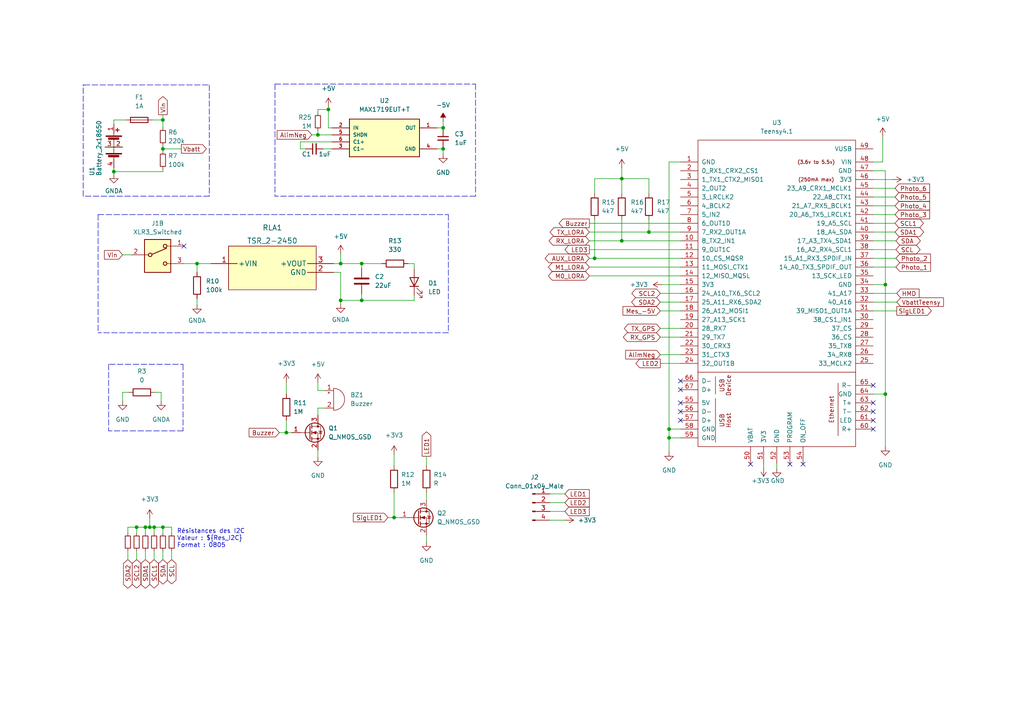
<source format=kicad_sch>
(kicad_sch (version 20211123) (generator eeschema)
  (paper "A4")
  (title_block (title "Circuit principal") (date "06.02.2022") (rev "1.0"))
  (lib_symbols
    (symbol "Connector:Conn_01x04_Male" (pin_names (offset 1.016) hide)
      (property "Reference" "J" (at 0 5.08 0))
      (property "Value" "Conn_01x04_Male" (at 0 -7.62 0))
      (symbol "Conn_01x04_Male_1_1"
        (polyline (pts (xy 1.27 -5.08) (xy 0.8636 -5.08)) (stroke (width 0.1524)))
        (polyline (pts (xy 1.27 -2.54) (xy 0.8636 -2.54)) (stroke (width 0.1524)))
        (polyline (pts (xy 1.27 0) (xy 0.8636 0)) (stroke (width 0.1524)))
        (polyline (pts (xy 1.27 2.54) (xy 0.8636 2.54)) (stroke (width 0.1524)))
        (rectangle (start 0.8636 -4.953) (end 0 -5.207) (stroke (width 0.1524)) (fill (type outline)))
        (rectangle (start 0.8636 -2.413) (end 0 -2.667) (stroke (width 0.1524)) (fill (type outline)))
        (rectangle (start 0.8636 0.127) (end 0 -0.127) (stroke (width 0.1524)) (fill (type outline)))
        (rectangle (start 0.8636 2.667) (end 0 2.413) (stroke (width 0.1524)) (fill (type outline)))
        (pin passive line (at 5.08 2.54 180) (length 3.81) (name "Pin_1") (number "1"))
        (pin passive line (at 5.08 0 180) (length 3.81) (name "Pin_2") (number "2"))
        (pin passive line (at 5.08 -2.54 180) (length 3.81) (name "Pin_3") (number "3"))
        (pin passive line (at 5.08 -5.08 180) (length 3.81) (name "Pin_4") (number "4"))
      )
    )
    (symbol "Connector:XLR3_Switched" (pin_names hide)
      (property "Reference" "J1" (at 0 9.144 0))
      (property "Value" "XLR3_Switched" (at 0 6.604 0))
      (symbol "XLR3_Switched_1_1"
        (circle (center -3.556 0) (radius 1.016))
        (circle (center 0 -3.556) (radius 1.016))
        (polyline (pts (xy -5.08 0) (xy -4.572 0)))
        (polyline (pts (xy 0 -5.08) (xy 0 -4.572)))
        (polyline (pts (xy 5.08 0) (xy 4.572 0)))
        (circle (center 0 0) (radius 5.08) (fill (type background)))
        (circle (center 3.556 0) (radius 1.016))
        (text "1" (at -3.556 1.778 0) (effects (font (size 1.016 1.016) bold)))
        (text "2" (at 3.556 1.778 0) (effects (font (size 1.016 1.016) bold)))
        (text "3" (at 0 -1.778 0) (effects (font (size 1.016 1.016) bold)))
        (pin power_in line (at -7.62 0 0) (length 2.54) (name "~") (number "1"))
        (pin passive line (at 7.62 0 180) (length 2.54) (name "~") (number "2"))
        (pin passive line (at 0 -7.62 90) (length 2.54) (name "~") (number "3"))
      )
      (symbol "XLR3_Switched_2_1"
        (rectangle (start -3.81 4.445) (end 3.81 -5.08) (stroke (width 0.254)) (fill (type background)))
        (circle (center -2.159 0) (radius 0.508) (stroke (width 0.254)))
        (polyline (pts (xy -5.08 0) (xy -2.794 0)))
        (polyline (pts (xy -1.651 0.127) (xy 2.54 1.905)) (stroke (width 0.254)))
        (polyline (pts (xy 5.08 -2.54) (xy 2.794 -2.54)))
        (polyline (pts (xy 5.08 2.54) (xy 2.794 2.54)))
        (circle (center 2.159 -2.54) (radius 0.508) (stroke (width 0.254)))
        (circle (center 2.159 2.54) (radius 0.508) (stroke (width 0.254)))
        (pin passive line (at 7.62 2.54 180) (length 2.54) (name "~") (number "1"))
        (pin power_in line (at -7.62 0 0) (length 2.54) (name "~") (number "2"))
        (pin power_out line (at 7.62 -2.54 180) (length 2.54) (name "~") (number "3"))
      )
    )
    (symbol "Device:Battery_2x18650"
      (property "Reference" "U" (at 2.794 6.604 0))
      (property "Value" "Battery_2x18650" (at 2.794 8.382 0))
      (symbol "Battery_2x18650_0_1"
        (rectangle (start -2.286 3.048) (end 2.286 2.794) (fill (type outline)))
        (rectangle (start -2.286 8.128) (end 2.286 7.874) (fill (type outline)))
        (rectangle (start -1.5748 2.4638) (end 1.4732 1.9558) (fill (type outline)))
        (rectangle (start -1.5748 7.5438) (end 1.4732 7.0358) (fill (type outline)))
        (polyline (pts (xy 0 2.032) (xy 0 1.27)))
        (polyline (pts (xy 0 3.048) (xy 0 3.81)))
        (polyline (pts (xy 0 6.35) (xy 0 3.81)))
        (polyline (pts (xy 0 7.112) (xy 0 6.35)))
        (polyline (pts (xy 0 8.128) (xy 0 8.89)))
        (polyline (pts (xy 0.508 9.779) (xy 1.524 9.779)) (stroke (width 0.254)))
        (polyline (pts (xy 1.016 10.287) (xy 1.016 9.271)) (stroke (width 0.254)))
      )
      (symbol "Battery_2x18650_1_1"
        (pin power_out line (at 0 11.43 270) (length 2.54) (name "") (number "1"))
        (pin passive line (at 2.54 4.826 180) (length 2.54) (name "") (number "2"))
        (pin passive line (at -2.54 4.826 0) (length 2.54) (name "") (number "3"))
        (pin power_out line (at 0 -1.27 90) (length 2.54) (name "") (number "4"))
      )
    )
    (symbol "Device:Buzzer" (pin_names (offset 0.0254) hide)
      (property "Reference" "BZ" (at 3.81 1.27 0))
      (property "Value" "Buzzer" (at 3.81 -1.27 0))
      (symbol "Buzzer_0_1"
        (arc (start 0 -3.175) (mid 3.175 0) (end 0 3.175))
        (polyline (pts (xy -1.651 1.905) (xy -1.143 1.905)))
        (polyline (pts (xy -1.397 2.159) (xy -1.397 1.651)))
        (polyline (pts (xy 0 3.175) (xy 0 -3.175)))
      )
      (symbol "Buzzer_1_1"
        (pin passive line (at -2.54 2.54 0) (length 2.54) (name "-") (number "1"))
        (pin passive line (at -2.54 -2.54 0) (length 2.54) (name "+") (number "2"))
      )
    )
    (symbol "Device:C" (pin_numbers hide) (pin_names (offset 0.254))
      (property "Reference" "C" (at 0.635 2.54 0))
      (property "Value" "C" (at 0.635 -2.54 0))
      (symbol "C_0_1"
        (polyline (pts (xy -2.032 -0.762) (xy 2.032 -0.762)) (stroke (width 0.508)))
        (polyline (pts (xy -2.032 0.762) (xy 2.032 0.762)) (stroke (width 0.508)))
      )
      (symbol "C_1_1"
        (pin passive line (at 0 3.81 270) (length 2.794) (name "~") (number "1"))
        (pin passive line (at 0 -3.81 90) (length 2.794) (name "~") (number "2"))
      )
    )
    (symbol "Device:C_Small" (pin_numbers hide) (pin_names (offset 0.254) hide)
      (property "Reference" "C" (at 0.254 1.778 0))
      (property "Value" "C_Small" (at 0.254 -2.032 0))
      (symbol "C_Small_0_1"
        (polyline (pts (xy -1.524 -0.508) (xy 1.524 -0.508)) (stroke (width 0.3302)))
        (polyline (pts (xy -1.524 0.508) (xy 1.524 0.508)) (stroke (width 0.3048)))
      )
      (symbol "C_Small_1_1"
        (pin passive line (at 0 2.54 270) (length 2.032) (name "~") (number "1"))
        (pin passive line (at 0 -2.54 90) (length 2.032) (name "~") (number "2"))
      )
    )
    (symbol "Device:Fuse" (pin_numbers hide) (pin_names (offset 0))
      (property "Reference" "F" (at 2.032 0 90))
      (property "Value" "Fuse" (at -1.905 0 90))
      (symbol "Fuse_0_1"
        (rectangle (start -0.762 -2.54) (end 0.762 2.54) (stroke (width 0.254)))
        (polyline (pts (xy 0 2.54) (xy 0 -2.54)))
      )
      (symbol "Fuse_1_1"
        (pin passive line (at 0 3.81 270) (length 1.27) (name "~") (number "1"))
        (pin passive line (at 0 -3.81 90) (length 1.27) (name "~") (number "2"))
      )
    )
    (symbol "Device:LED" (pin_numbers hide) (pin_names (offset 1.016) hide)
      (property "Reference" "D" (at 0 2.54 0))
      (property "Value" "LED" (at 0 -2.54 0))
      (symbol "LED_0_1"
        (polyline (pts (xy -1.27 -1.27) (xy -1.27 1.27)) (stroke (width 0.254)))
        (polyline (pts (xy -1.27 0) (xy 1.27 0)))
        (polyline (pts (xy 1.27 -1.27) (xy 1.27 1.27) (xy -1.27 0) (xy 1.27 -1.27)) (stroke (width 0.254)))
        (polyline (pts (xy -3.048 -0.762) (xy -4.572 -2.286) (xy -3.81 -2.286) (xy -4.572 -2.286) (xy -4.572 -1.524)))
        (polyline (pts (xy -1.778 -0.762) (xy -3.302 -2.286) (xy -2.54 -2.286) (xy -3.302 -2.286) (xy -3.302 -1.524)))
      )
      (symbol "LED_1_1"
        (pin passive line (at -3.81 0 0) (length 2.54) (name "K") (number "1"))
        (pin passive line (at 3.81 0 180) (length 2.54) (name "A") (number "2"))
      )
    )
    (symbol "Device:Q_NMOS_GSD" (pin_names (offset 0) hide)
      (property "Reference" "Q" (at 5.08 1.27 0))
      (property "Value" "Q_NMOS_GSD" (at 5.08 -1.27 0))
      (symbol "Q_NMOS_GSD_0_1"
        (polyline (pts (xy 0.254 0) (xy -2.54 0)))
        (polyline (pts (xy 0.254 1.905) (xy 0.254 -1.905)) (stroke (width 0.254)))
        (polyline (pts (xy 0.762 -1.27) (xy 0.762 -2.286)) (stroke (width 0.254)))
        (polyline (pts (xy 0.762 0.508) (xy 0.762 -0.508)) (stroke (width 0.254)))
        (polyline (pts (xy 0.762 2.286) (xy 0.762 1.27)) (stroke (width 0.254)))
        (polyline (pts (xy 2.54 2.54) (xy 2.54 1.778)))
        (polyline (pts (xy 2.54 -2.54) (xy 2.54 0) (xy 0.762 0)))
        (polyline (pts (xy 0.762 -1.778) (xy 3.302 -1.778) (xy 3.302 1.778) (xy 0.762 1.778)))
        (polyline (pts (xy 1.016 0) (xy 2.032 0.381) (xy 2.032 -0.381) (xy 1.016 0)) (fill (type outline)))
        (polyline (pts (xy 2.794 0.508) (xy 2.921 0.381) (xy 3.683 0.381) (xy 3.81 0.254)))
        (polyline (pts (xy 3.302 0.381) (xy 2.921 -0.254) (xy 3.683 -0.254) (xy 3.302 0.381)))
        (circle (center 1.651 0) (radius 2.794) (stroke (width 0.254)))
        (circle (center 2.54 -1.778) (radius 0.254) (fill (type outline)))
        (circle (center 2.54 1.778) (radius 0.254) (fill (type outline)))
      )
      (symbol "Q_NMOS_GSD_1_1"
        (pin input line (at -5.08 0 0) (length 2.54) (name "G") (number "1"))
        (pin passive line (at 2.54 -5.08 90) (length 2.54) (name "S") (number "2"))
        (pin passive line (at 2.54 5.08 270) (length 2.54) (name "D") (number "3"))
      )
    )
    (symbol "Device:R" (pin_numbers hide) (pin_names (offset 0))
      (property "Reference" "R" (at 2.032 0 90))
      (property "Value" "R" (at 0 0 90))
      (symbol "R_0_1"
        (rectangle (start -1.016 -2.54) (end 1.016 2.54) (stroke (width 0.254)))
      )
      (symbol "R_1_1"
        (pin passive line (at 0 3.81 270) (length 1.27) (name "~") (number "1"))
        (pin passive line (at 0 -3.81 90) (length 1.27) (name "~") (number "2"))
      )
    )
    (symbol "Device:R_Small" (pin_numbers hide) (pin_names (offset 0.254) hide)
      (property "Reference" "R" (at 0.762 0.508 0))
      (property "Value" "R_Small" (at 0.762 -1.016 0))
      (symbol "R_Small_0_1"
        (rectangle (start -0.762 1.778) (end 0.762 -1.778) (stroke (width 0.2032)))
      )
      (symbol "R_Small_1_1"
        (pin passive line (at 0 2.54 270) (length 0.762) (name "~") (number "1"))
        (pin passive line (at 0 -2.54 90) (length 0.762) (name "~") (number "2"))
      )
    )
    (symbol "Reference_Voltage:TSR_2-2450" (pin_names (offset 0.254))
      (property "Reference" "RLA" (at 20.32 10.16 0))
      (property "Value" "TSR_2-2450" (at 20.32 7.62 0))
      (symbol "TSR_2-2450_1_1"
        (polyline (pts (xy 7.62 5.08) (xy 7.62 -7.62)) (stroke (width 0.127)))
        (polyline (pts (xy 33.02 -7.62) (xy 33.02 5.08)) (stroke (width 0.127)))
        (polyline (pts (xy 33.02 5.08) (xy 7.62 5.08)) (stroke (width 0.127)))
        (rectangle (start 7.62 5.08) (end 33.02 -7.62) (fill (type background)))
        (pin power_in line (at 2.54 0 0) (length 7.62) (name "+VIN") (number "1"))
        (pin power_in line (at 38.1 -2.54 180) (length 7.62) (name "GND") (number "2"))
        (pin power_out line (at 38.1 0 180) (length 7.62) (name "+VOUT") (number "3"))
      )
    )
    (symbol "Regulator_SwitchedCapacitor:MAX1719EUT+T" (pin_names (offset 1.016))
      (property "Reference" "U" (at -10.16 10.414 0))
      (property "Value" "MAX1719EUT+T" (at -10.16 -3.302 0))
      (symbol "MAX1719EUT+T_0_0"
        (rectangle (start -10.16 10.16) (end 10.16 -0.762) (stroke (width 0.254)) (fill (type background)))
        (pin power_out line (at 15.24 7.62 180) (length 5.08) (name "OUT") (number "1"))
        (pin power_in line (at -15.24 7.62 0) (length 5.08) (name "IN") (number "2"))
        (pin passive line (at -15.24 1.524 0) (length 5.08) (name "C1-") (number "3"))
        (pin power_in line (at 15.24 1.524 180) (length 5.08) (name "GND") (number "4"))
        (pin input line (at -15.24 5.588 0) (length 5.08) (name "SHDN") (number "5"))
        (pin passive line (at -15.24 3.556 0) (length 5.08) (name "C1+") (number "6"))
      )
    )
    (symbol "Teensy:Teensy4.1" (pin_names (offset 1.016))
      (property "Reference" "U" (at 0 64.77 0))
      (property "Value" "Teensy4.1" (at 0 62.23 0))
      (symbol "Teensy4.1_0_0"
        (polyline (pts (xy -22.86 -6.35) (xy 22.86 -6.35)))
        (polyline (pts (xy -17.78 -26.67) (xy -17.78 -13.97)))
        (polyline (pts (xy -17.78 -7.62) (xy -17.78 -12.7)))
        (polyline (pts (xy 17.78 -9.525) (xy 17.78 -24.765)))
        (text "(250mA max)" (at 11.43 49.53 0) (effects (font (size 1.016 1.016))))
        (text "(3.6v to 5.5v)" (at 11.43 54.61 0) (effects (font (size 1.016 1.016))))
        (text "Device" (at -13.97 -10.16 900) (effects (font (size 1.27 1.27))))
        (text "Ethernet" (at 15.875 -17.145 900) (effects (font (size 1.27 1.27))))
        (text "Host" (at -13.97 -20.32 900) (effects (font (size 1.27 1.27))))
        (text "USB" (at -15.875 -20.32 900) (effects (font (size 1.27 1.27))))
        (text "USB" (at -15.875 -10.16 900) (effects (font (size 1.27 1.27))))
        (pin bidirectional line (at -27.94 31.75 0) (length 5.08) (name "8_TX2_IN1") (number "10"))
        (pin bidirectional line (at -27.94 29.21 0) (length 5.08) (name "9_OUT1C") (number "11"))
        (pin bidirectional line (at -27.94 26.67 0) (length 5.08) (name "10_CS_MQSR") (number "12"))
        (pin bidirectional line (at -27.94 24.13 0) (length 5.08) (name "11_MOSI_CTX1") (number "13"))
        (pin bidirectional line (at -27.94 21.59 0) (length 5.08) (name "12_MISO_MQSL") (number "14"))
        (pin power_in line (at -27.94 19.05 0) (length 5.08) (name "3V3") (number "15"))
        (pin bidirectional line (at -27.94 16.51 0) (length 5.08) (name "24_A10_TX6_SCL2") (number "16"))
        (pin bidirectional line (at -27.94 13.97 0) (length 5.08) (name "25_A11_RX6_SDA2") (number "17"))
        (pin bidirectional line (at -27.94 11.43 0) (length 5.08) (name "26_A12_MOSI1") (number "18"))
        (pin bidirectional line (at -27.94 8.89 0) (length 5.08) (name "27_A13_SCK1") (number "19"))
        (pin bidirectional line (at -27.94 6.35 0) (length 5.08) (name "28_RX7") (number "20"))
        (pin bidirectional line (at -27.94 3.81 0) (length 5.08) (name "29_TX7") (number "21"))
        (pin bidirectional line (at -27.94 1.27 0) (length 5.08) (name "30_CRX3") (number "22"))
        (pin bidirectional line (at -27.94 -1.27 0) (length 5.08) (name "31_CTX3") (number "23"))
        (pin bidirectional line (at -27.94 -3.81 0) (length 5.08) (name "32_OUT1B") (number "24"))
        (pin bidirectional line (at 27.94 -3.81 180) (length 5.08) (name "33_MCLK2") (number "25"))
        (pin bidirectional line (at 27.94 -1.27 180) (length 5.08) (name "34_RX8") (number "26"))
        (pin bidirectional line (at 27.94 1.27 180) (length 5.08) (name "35_TX8") (number "27"))
        (pin bidirectional line (at 27.94 3.81 180) (length 5.08) (name "36_CS") (number "28"))
        (pin bidirectional line (at 27.94 6.35 180) (length 5.08) (name "37_CS") (number "29"))
        (pin bidirectional line (at 27.94 8.89 180) (length 5.08) (name "38_CS1_IN1") (number "30"))
        (pin bidirectional line (at 27.94 11.43 180) (length 5.08) (name "39_MISO1_OUT1A") (number "31"))
        (pin bidirectional line (at 27.94 13.97 180) (length 5.08) (name "40_A16") (number "32"))
        (pin bidirectional line (at 27.94 16.51 180) (length 5.08) (name "41_A17") (number "33"))
        (pin bidirectional line (at 27.94 21.59 180) (length 5.08) (name "13_SCK_LED") (number "35"))
        (pin bidirectional line (at 27.94 24.13 180) (length 5.08) (name "14_A0_TX3_SPDIF_OUT") (number "36"))
        (pin bidirectional line (at 27.94 26.67 180) (length 5.08) (name "15_A1_RX3_SPDIF_IN") (number "37"))
        (pin bidirectional line (at 27.94 29.21 180) (length 5.08) (name "16_A2_RX4_SCL1") (number "38"))
        (pin bidirectional line (at 27.94 31.75 180) (length 5.08) (name "17_A3_TX4_SDA1") (number "39"))
        (pin bidirectional line (at 27.94 34.29 180) (length 5.08) (name "18_A4_SDA") (number "40"))
        (pin bidirectional line (at 27.94 36.83 180) (length 5.08) (name "19_A5_SCL") (number "41"))
        (pin bidirectional line (at 27.94 39.37 180) (length 5.08) (name "20_A6_TX5_LRCLK1") (number "42"))
        (pin bidirectional line (at 27.94 41.91 180) (length 5.08) (name "21_A7_RX5_BCLK1") (number "43"))
        (pin bidirectional line (at 27.94 44.45 180) (length 5.08) (name "22_A8_CTX1") (number "44"))
        (pin bidirectional line (at 27.94 46.99 180) (length 5.08) (name "23_A9_CRX1_MCLK1") (number "45"))
        (pin output line (at 27.94 49.53 180) (length 5.08) (name "3V3") (number "46"))
        (pin output line (at 27.94 52.07 180) (length 5.08) (name "GND") (number "47"))
        (pin power_in line (at 27.94 54.61 180) (length 5.08) (name "VIN") (number "48"))
        (pin power_out line (at 27.94 58.42 180) (length 5.08) (name "VUSB") (number "49"))
        (pin bidirectional line (at -27.94 44.45 0) (length 5.08) (name "3_LRCLK2") (number "5"))
        (pin power_in line (at -7.62 -33.02 90) (length 5.08) (name "VBAT") (number "50"))
        (pin power_in line (at -3.81 -33.02 90) (length 5.08) (name "3V3") (number "51"))
        (pin input line (at 0 -33.02 90) (length 5.08) (name "GND") (number "52"))
        (pin input line (at 3.81 -33.02 90) (length 5.08) (name "PROGRAM") (number "53"))
        (pin input line (at 7.62 -33.02 90) (length 5.08) (name "ON_OFF") (number "54"))
        (pin power_out line (at -27.94 -15.24 0) (length 5.08) (name "5V") (number "55"))
        (pin bidirectional line (at -27.94 -17.78 0) (length 5.08) (name "D-") (number "56"))
        (pin bidirectional line (at -27.94 -20.32 0) (length 5.08) (name "D+") (number "57"))
        (pin power_in line (at -27.94 -22.86 0) (length 5.08) (name "GND") (number "58"))
        (pin power_in line (at -27.94 -25.4 0) (length 5.08) (name "GND") (number "59"))
        (pin bidirectional line (at -27.94 41.91 0) (length 5.08) (name "4_BCLK2") (number "6"))
        (pin bidirectional line (at 27.94 -22.86 180) (length 5.08) (name "R+") (number "60"))
        (pin bidirectional line (at 27.94 -20.32 180) (length 5.08) (name "LED") (number "61"))
        (pin bidirectional line (at 27.94 -17.78 180) (length 5.08) (name "T-") (number "62"))
        (pin bidirectional line (at 27.94 -15.24 180) (length 5.08) (name "T+") (number "63"))
        (pin power_in line (at 27.94 -12.7 180) (length 5.08) (name "GND") (number "64"))
        (pin bidirectional line (at 27.94 -10.16 180) (length 5.08) (name "R-") (number "65"))
        (pin bidirectional line (at -27.94 -8.89 0) (length 5.08) (name "D-") (number "66"))
        (pin bidirectional line (at -27.94 -11.43 0) (length 5.08) (name "D+") (number "67"))
        (pin bidirectional line (at -27.94 39.37 0) (length 5.08) (name "5_IN2") (number "7"))
        (pin bidirectional line (at -27.94 36.83 0) (length 5.08) (name "6_OUT1D") (number "8"))
        (pin bidirectional line (at -27.94 34.29 0) (length 5.08) (name "7_RX2_OUT1A") (number "9"))
      )
      (symbol "Teensy4.1_0_1"
        (rectangle (start -22.86 60.96) (end 22.86 -27.94))
        (rectangle (start -20.32 -1.27) (end -20.32 -1.27))
      )
      (symbol "Teensy4.1_1_1"
        (pin power_in line (at -27.94 54.61 0) (length 5.08) (name "GND") (number "1"))
        (pin bidirectional line (at -27.94 52.07 0) (length 5.08) (name "0_RX1_CRX2_CS1") (number "2"))
        (pin bidirectional line (at -27.94 49.53 0) (length 5.08) (name "1_TX1_CTX2_MISO1") (number "3"))
        (pin power_in line (at 27.94 19.05 180) (length 5.08) (name "GND") (number "34"))
        (pin bidirectional line (at -27.94 46.99 0) (length 5.08) (name "2_OUT2") (number "4"))
      )
    )
    (symbol "power:+3V3" (power) (pin_names (offset 0))
      (property "Value" "+3V3" (at 0 3.556 0))
      (symbol "+3V3_0_1"
        (polyline (pts (xy -0.762 1.27) (xy 0 2.54)))
        (polyline (pts (xy 0 0) (xy 0 2.54)))
        (polyline (pts (xy 0 2.54) (xy 0.762 1.27)))
      )
      (symbol "+3V3_1_1"
        (pin power_in line (at 0 0 90) (length 0) hide (name "+3V3") (number "1"))
      )
    )
    (symbol "power:+5V" (power) (pin_names (offset 0))
      (property "Value" "+5V" (at 0 3.556 0))
      (symbol "+5V_0_1"
        (polyline (pts (xy -0.762 1.27) (xy 0 2.54)))
        (polyline (pts (xy 0 0) (xy 0 2.54)))
        (polyline (pts (xy 0 2.54) (xy 0.762 1.27)))
      )
      (symbol "+5V_1_1"
        (pin power_in line (at 0 0 90) (length 0) hide (name "+5V") (number "1"))
      )
    )
    (symbol "power:-5V" (power) (pin_names (offset 0))
      (property "Value" "-5V" (at 0 3.81 0))
      (symbol "-5V_0_0"
        (pin power_in line (at 0 0 90) (length 0) hide (name "-5V") (number "1"))
      )
      (symbol "-5V_0_1"
        (polyline (pts (xy 0 0) (xy 0 1.27) (xy 0.762 1.27) (xy 0 2.54) (xy -0.762 1.27) (xy 0 1.27)) (fill (type outline)))
      )
    )
    (symbol "power:GND" (power) (pin_names (offset 0))
      (property "Value" "GND" (at 0 -3.81 0))
      (symbol "GND_0_1"
        (polyline (pts (xy 0 0) (xy 0 -1.27) (xy 1.27 -1.27) (xy 0 -2.54) (xy -1.27 -1.27) (xy 0 -1.27)))
      )
      (symbol "GND_1_1"
        (pin power_in line (at 0 0 270) (length 0) hide (name "GND") (number "1"))
      )
    )
    (symbol "power:GNDA" (power) (pin_names (offset 0))
      (property "Value" "GNDA" (at 0 -3.81 0))
      (symbol "GNDA_0_1"
        (polyline (pts (xy 0 0) (xy 0 -1.27) (xy 1.27 -1.27) (xy 0 -2.54) (xy -1.27 -1.27) (xy 0 -1.27)))
      )
      (symbol "GNDA_1_1"
        (pin power_in line (at 0 0 270) (length 0) hide (name "GNDA") (number "1"))
      )
    )
  )
  (junction (at 33.02 49.784))
  (junction (at 44.704 152.908))
  (junction (at 194.056 127))
  (junction (at 98.806 76.454))
  (junction (at 188.214 67.31))
  (junction (at 43.434 152.908))
  (junction (at 256.794 114.3))
  (junction (at 95.25 31.75))
  (junction (at 256.794 82.55))
  (junction (at 180.34 51.816))
  (junction (at 114.3 150.114))
  (junction (at 39.624 152.908))
  (junction (at 98.806 87.122))
  (junction (at 92.202 39.116))
  (junction (at 47.244 43.18))
  (junction (at 194.056 124.46))
  (junction (at 57.15 76.454))
  (junction (at 42.164 152.908))
  (junction (at 128.524 37.084))
  (junction (at 47.244 34.798))
  (junction (at 128.524 43.18))
  (junction (at 172.466 74.93))
  (junction (at 104.902 76.454))
  (junction (at 104.902 87.122))
  (junction (at 47.244 152.908))
  (junction (at 83.058 125.476))
  (junction (at 180.34 69.85))
  (no_connect (at 53.34 71.374))
  (no_connect (at 217.678 134.62))
  (no_connect (at 229.108 134.62))
  (no_connect (at 232.918 134.62))
  (no_connect (at 197.358 110.49))
  (no_connect (at 197.358 113.03))
  (no_connect (at 197.358 116.84))
  (no_connect (at 197.358 119.38))
  (no_connect (at 197.358 121.92))
  (no_connect (at 253.238 111.76))
  (no_connect (at 253.238 116.84))
  (no_connect (at 253.238 119.38))
  (no_connect (at 253.238 121.92))
  (no_connect (at 253.238 124.46))
  (wire (pts (xy 49.784 152.908) (xy 49.784 154.686)))
  (wire (pts (xy 120.142 85.598) (xy 120.142 87.122)))
  (wire (pts (xy 43.434 152.908) (xy 44.704 152.908)))
  (wire (pts (xy 191.516 102.87) (xy 197.358 102.87)))
  (wire (pts (xy 180.34 51.816) (xy 180.34 56.134)))
  (wire (pts (xy 44.704 159.766) (xy 44.704 162.306)))
  (wire (pts (xy 114.3 142.748) (xy 114.3 150.114)))
  (wire (pts (xy 191.516 95.25) (xy 197.358 95.25)))
  (polyline (pts (xy 60.706 24.638) (xy 60.706 56.896)))
  (wire (pts (xy 128.524 35.306) (xy 128.524 37.084)))
  (wire (pts (xy 256.032 46.99) (xy 253.238 46.99)))
  (wire (pts (xy 92.202 130.556) (xy 92.202 132.588)))
  (polyline (pts (xy 137.922 24.384) (xy 137.922 56.896)))
  (wire (pts (xy 98.806 73.66) (xy 98.806 76.454)))
  (wire (pts (xy 37.084 152.908) (xy 39.624 152.908)))
  (wire (pts (xy 256.032 39.624) (xy 256.032 46.99)))
  (polyline (pts (xy 28.448 62.23) (xy 28.448 96.52)))
  (wire (pts (xy 96.774 76.454) (xy 98.806 76.454)))
  (wire (pts (xy 118.364 76.454) (xy 120.142 76.454)))
  (wire (pts (xy 83.058 110.998) (xy 83.058 114.3)))
  (wire (pts (xy 159.512 150.876) (xy 163.83 150.876)))
  (wire (pts (xy 46.736 113.792) (xy 46.736 116.332)))
  (wire (pts (xy 253.238 114.3) (xy 256.794 114.3)))
  (wire (pts (xy 96.774 78.994) (xy 98.806 78.994)))
  (wire (pts (xy 172.466 74.93) (xy 197.358 74.93)))
  (wire (pts (xy 253.238 49.53) (xy 256.794 49.53)))
  (wire (pts (xy 44.704 152.908) (xy 47.244 152.908)))
  (wire (pts (xy 95.25 37.084) (xy 96.266 37.084)))
  (wire (pts (xy 47.244 49.022) (xy 47.244 49.784)))
  (polyline (pts (xy 79.756 24.384) (xy 79.756 56.896)))
  (wire (pts (xy 44.704 152.908) (xy 44.704 154.686)))
  (wire (pts (xy 47.244 43.18) (xy 47.244 43.942)))
  (wire (pts (xy 194.056 127) (xy 194.056 131.064)))
  (wire (pts (xy 57.15 76.454) (xy 61.214 76.454)))
  (wire (pts (xy 47.244 159.766) (xy 47.244 162.306)))
  (wire (pts (xy 47.244 152.908) (xy 47.244 154.686)))
  (wire (pts (xy 253.238 72.39) (xy 259.842 72.39)))
  (wire (pts (xy 191.516 105.41) (xy 197.358 105.41)))
  (wire (pts (xy 92.202 39.116) (xy 96.266 39.116)))
  (wire (pts (xy 57.15 86.614) (xy 57.15 88.392)))
  (wire (pts (xy 114.3 150.114) (xy 116.078 150.114)))
  (wire (pts (xy 194.056 124.46) (xy 194.056 127)))
  (polyline (pts (xy 130.048 96.52) (xy 28.448 96.52)))
  (wire (pts (xy 47.244 43.18) (xy 52.578 43.18)))
  (polyline (pts (xy 24.13 56.896) (xy 24.13 24.638)))
  (wire (pts (xy 35.56 73.914) (xy 38.1 73.914)))
  (wire (pts (xy 95.25 31.75) (xy 95.25 37.084)))
  (wire (pts (xy 128.524 37.084) (xy 128.524 37.592)))
  (wire (pts (xy 37.084 154.686) (xy 37.084 152.908)))
  (wire (pts (xy 104.902 76.454) (xy 104.902 77.724)))
  (wire (pts (xy 53.34 76.454) (xy 57.15 76.454)))
  (wire (pts (xy 253.238 85.09) (xy 260.096 85.09)))
  (wire (pts (xy 188.214 63.754) (xy 188.214 67.31)))
  (wire (pts (xy 180.34 69.85) (xy 197.358 69.85)))
  (wire (pts (xy 95.25 30.988) (xy 95.25 31.75)))
  (wire (pts (xy 225.298 134.62) (xy 225.298 135.89)))
  (wire (pts (xy 253.238 74.93) (xy 259.842 74.93)))
  (wire (pts (xy 87.122 43.18) (xy 87.122 41.148)))
  (wire (pts (xy 93.726 43.18) (xy 96.266 43.18)))
  (wire (pts (xy 92.202 118.364) (xy 92.202 120.396)))
  (wire (pts (xy 253.238 77.47) (xy 259.842 77.47)))
  (wire (pts (xy 33.02 49.784) (xy 33.02 50.546)))
  (wire (pts (xy 253.238 82.55) (xy 256.794 82.55)))
  (polyline (pts (xy 130.048 62.23) (xy 130.048 96.52)))
  (wire (pts (xy 43.434 150.368) (xy 43.434 152.908)))
  (wire (pts (xy 87.122 41.148) (xy 96.266 41.148)))
  (wire (pts (xy 39.624 152.908) (xy 39.624 154.686)))
  (polyline (pts (xy 31.75 105.664) (xy 53.086 105.664)))
  (wire (pts (xy 191.516 87.63) (xy 197.358 87.63)))
  (wire (pts (xy 194.056 46.99) (xy 194.056 124.46)))
  (wire (pts (xy 123.698 132.334) (xy 123.698 135.128)))
  (wire (pts (xy 192.024 82.55) (xy 197.358 82.55)))
  (wire (pts (xy 128.524 42.672) (xy 128.524 43.18)))
  (wire (pts (xy 253.238 87.63) (xy 260.096 87.63)))
  (wire (pts (xy 44.196 34.798) (xy 47.244 34.798)))
  (wire (pts (xy 253.238 62.23) (xy 259.588 62.23)))
  (wire (pts (xy 170.942 69.85) (xy 180.34 69.85)))
  (wire (pts (xy 88.646 43.18) (xy 87.122 43.18)))
  (wire (pts (xy 92.202 37.846) (xy 92.202 39.116)))
  (wire (pts (xy 253.238 90.17) (xy 260.096 90.17)))
  (wire (pts (xy 197.358 46.99) (xy 194.056 46.99)))
  (wire (pts (xy 191.516 97.79) (xy 197.358 97.79)))
  (wire (pts (xy 33.02 48.768) (xy 33.02 49.784)))
  (wire (pts (xy 81.026 125.476) (xy 83.058 125.476)))
  (wire (pts (xy 128.524 43.18) (xy 128.524 44.704)))
  (wire (pts (xy 98.806 87.122) (xy 104.902 87.122)))
  (wire (pts (xy 47.244 33.274) (xy 47.244 34.798)))
  (wire (pts (xy 49.784 159.766) (xy 49.784 162.306)))
  (polyline (pts (xy 31.496 105.664) (xy 31.496 124.968)))
  (wire (pts (xy 92.202 113.284) (xy 94.234 113.284)))
  (polyline (pts (xy 53.086 124.968) (xy 31.496 124.968)))
  (wire (pts (xy 83.058 125.476) (xy 84.582 125.476)))
  (wire (pts (xy 221.488 134.62) (xy 221.488 135.636)))
  (wire (pts (xy 33.02 36.068) (xy 33.02 34.798)))
  (wire (pts (xy 47.244 37.084) (xy 47.244 34.798)))
  (wire (pts (xy 98.806 76.454) (xy 104.902 76.454)))
  (wire (pts (xy 114.3 131.826) (xy 114.3 135.128)))
  (wire (pts (xy 256.794 114.3) (xy 256.794 129.54)))
  (wire (pts (xy 170.942 77.47) (xy 197.358 77.47)))
  (wire (pts (xy 191.516 90.17) (xy 197.358 90.17)))
  (wire (pts (xy 104.902 87.122) (xy 120.142 87.122)))
  (wire (pts (xy 104.902 76.454) (xy 110.744 76.454)))
  (wire (pts (xy 170.942 64.77) (xy 197.358 64.77)))
  (wire (pts (xy 170.942 72.39) (xy 197.358 72.39)))
  (wire (pts (xy 92.202 110.998) (xy 92.202 113.284)))
  (wire (pts (xy 47.244 152.908) (xy 49.784 152.908)))
  (wire (pts (xy 170.942 74.93) (xy 172.466 74.93)))
  (wire (pts (xy 256.794 49.53) (xy 256.794 82.55)))
  (wire (pts (xy 188.214 67.31) (xy 197.358 67.31)))
  (wire (pts (xy 253.238 57.15) (xy 259.588 57.15)))
  (wire (pts (xy 194.056 124.46) (xy 197.358 124.46)))
  (wire (pts (xy 94.234 118.364) (xy 92.202 118.364)))
  (wire (pts (xy 39.624 152.908) (xy 42.164 152.908)))
  (wire (pts (xy 33.02 49.784) (xy 47.244 49.784)))
  (polyline (pts (xy 79.756 24.384) (xy 137.922 24.384)))
  (wire (pts (xy 253.238 54.61) (xy 259.588 54.61)))
  (wire (pts (xy 188.214 51.816) (xy 188.214 56.134)))
  (wire (pts (xy 172.466 63.754) (xy 172.466 74.93)))
  (wire (pts (xy 57.15 78.994) (xy 57.15 76.454)))
  (wire (pts (xy 92.202 32.766) (xy 92.202 31.75)))
  (wire (pts (xy 44.958 113.792) (xy 46.736 113.792)))
  (wire (pts (xy 126.746 37.084) (xy 128.524 37.084)))
  (wire (pts (xy 98.806 78.994) (xy 98.806 87.122)))
  (wire (pts (xy 197.358 127) (xy 194.056 127)))
  (wire (pts (xy 180.34 51.816) (xy 188.214 51.816)))
  (wire (pts (xy 253.238 52.07) (xy 258.826 52.07)))
  (wire (pts (xy 35.56 116.332) (xy 35.56 113.792)))
  (wire (pts (xy 170.942 80.01) (xy 197.358 80.01)))
  (wire (pts (xy 42.164 152.908) (xy 43.434 152.908)))
  (wire (pts (xy 47.244 42.164) (xy 47.244 43.18)))
  (wire (pts (xy 256.794 82.55) (xy 256.794 114.3)))
  (wire (pts (xy 180.34 63.754) (xy 180.34 69.85)))
  (wire (pts (xy 42.164 152.908) (xy 42.164 154.686)))
  (wire (pts (xy 90.424 39.116) (xy 92.202 39.116)))
  (wire (pts (xy 120.142 76.454) (xy 120.142 77.978)))
  (wire (pts (xy 180.34 48.768) (xy 180.34 51.816)))
  (wire (pts (xy 253.238 67.31) (xy 259.588 67.31)))
  (polyline (pts (xy 24.13 24.638) (xy 24.384 24.638)))
  (wire (pts (xy 126.746 43.18) (xy 128.524 43.18)))
  (wire (pts (xy 159.512 143.256) (xy 163.83 143.256)))
  (wire (pts (xy 253.238 69.85) (xy 259.842 69.85)))
  (wire (pts (xy 159.512 145.796) (xy 163.83 145.796)))
  (wire (pts (xy 92.202 31.75) (xy 95.25 31.75)))
  (wire (pts (xy 35.56 113.792) (xy 37.338 113.792)))
  (wire (pts (xy 33.02 34.798) (xy 36.576 34.798)))
  (wire (pts (xy 83.058 121.92) (xy 83.058 125.476)))
  (wire (pts (xy 123.698 142.748) (xy 123.698 145.034)))
  (wire (pts (xy 123.698 155.194) (xy 123.698 157.226)))
  (wire (pts (xy 191.516 85.09) (xy 197.358 85.09)))
  (wire (pts (xy 172.466 51.816) (xy 180.34 51.816)))
  (wire (pts (xy 104.902 85.344) (xy 104.902 87.122)))
  (wire (pts (xy 253.238 59.69) (xy 259.588 59.69)))
  (wire (pts (xy 159.512 148.336) (xy 163.83 148.336)))
  (wire (pts (xy 39.624 159.766) (xy 39.624 162.306)))
  (wire (pts (xy 37.084 159.766) (xy 37.084 162.306)))
  (polyline (pts (xy 24.384 24.638) (xy 60.706 24.638)))
  (polyline (pts (xy 60.706 56.896) (xy 24.13 56.896)))
  (wire (pts (xy 172.466 56.134) (xy 172.466 51.816)))
  (wire (pts (xy 42.164 159.766) (xy 42.164 162.306)))
  (wire (pts (xy 170.942 67.31) (xy 188.214 67.31)))
  (wire (pts (xy 253.238 64.77) (xy 259.588 64.77)))
  (wire (pts (xy 98.806 87.122) (xy 98.806 88.138)))
  (wire (pts (xy 112.522 150.114) (xy 114.3 150.114)))
  (wire (pts (xy 30.48 42.672) (xy 35.56 42.672)))
  (polyline (pts (xy 28.448 62.23) (xy 130.048 62.23)))
  (polyline (pts (xy 53.086 105.664) (xy 53.086 124.968)))
  (polyline (pts (xy 137.922 56.896) (xy 79.756 56.896)))
  (text "Résistances des I2C\nValeur : ${Res_I2C}\nFormat : 0805" (at 51.308 159.004 0) (effects (font (size 1.27 1.27)) (justify left bottom)))
  (global_label "SigLED1" (shape input) (at 112.522 150.114 180) (property "Intersheet References" "${INTERSHEET_REFS}" (effects hide)))
  (global_label "SDA" (shape bidirectional) (at 47.244 162.306 270) (property "Intersheet References" "${INTERSHEET_REFS}" (effects hide)))
  (global_label "LED2" (shape input) (at 163.83 145.796 0) (property "Intersheet References" "${INTERSHEET_REFS}" (effects hide)))
  (global_label "M0_LORA" (shape bidirectional) (at 170.942 80.01 180) (property "Intersheet References" "${INTERSHEET_REFS}" (effects hide)))
  (global_label "AlimNeg" (shape input) (at 90.424 39.116 180) (property "Intersheet References" "${INTERSHEET_REFS}" (effects hide)))
  (global_label "M1_LORA" (shape bidirectional) (at 170.942 77.47 180) (property "Intersheet References" "${INTERSHEET_REFS}" (effects hide)))
  (global_label "Photo_5" (shape input) (at 259.588 57.15 0) (property "Intersheet References" "${INTERSHEET_REFS}" (effects hide)))
  (global_label "VbattTeensy" (shape input) (at 260.096 87.63 0) (property "Intersheet References" "${INTERSHEET_REFS}" (effects hide)))
  (global_label "AUX_LORA" (shape bidirectional) (at 170.942 74.93 180) (property "Intersheet References" "${INTERSHEET_REFS}" (effects hide)))
  (global_label "LED2" (shape output) (at 191.516 105.41 180) (property "Intersheet References" "${INTERSHEET_REFS}" (effects hide)))
  (global_label "Buzzer" (shape input) (at 81.026 125.476 180) (property "Intersheet References" "${INTERSHEET_REFS}" (effects hide)))
  (global_label "SCL1" (shape bidirectional) (at 259.588 64.77 0) (property "Intersheet References" "${INTERSHEET_REFS}" (effects hide)))
  (global_label "SCL1" (shape bidirectional) (at 44.704 162.306 270) (property "Intersheet References" "${INTERSHEET_REFS}" (effects hide)))
  (global_label "SDA" (shape bidirectional) (at 259.842 69.85 0) (property "Intersheet References" "${INTERSHEET_REFS}" (effects hide)))
  (global_label "AlimNeg" (shape input) (at 191.516 102.87 180) (property "Intersheet References" "${INTERSHEET_REFS}" (effects hide)))
  (global_label "RX_GPS" (shape bidirectional) (at 191.516 97.79 180) (property "Intersheet References" "${INTERSHEET_REFS}" (effects hide)))
  (global_label "SCL2" (shape bidirectional) (at 39.624 162.306 270) (property "Intersheet References" "${INTERSHEET_REFS}" (effects hide)))
  (global_label "Vin" (shape output) (at 47.244 33.274 90) (property "Intersheet References" "${INTERSHEET_REFS}" (effects hide)))
  (global_label "TX_GPS" (shape bidirectional) (at 191.516 95.25 180) (property "Intersheet References" "${INTERSHEET_REFS}" (effects hide)))
  (global_label "LED3" (shape output) (at 170.942 72.39 180) (property "Intersheet References" "${INTERSHEET_REFS}" (effects hide)))
  (global_label "LED1" (shape input) (at 163.83 143.256 0) (property "Intersheet References" "${INTERSHEET_REFS}" (effects hide)))
  (global_label "Buzzer" (shape output) (at 170.942 64.77 180) (property "Intersheet References" "${INTERSHEET_REFS}" (effects hide)))
  (global_label "Vbatt" (shape output) (at 52.578 43.18 0) (property "Intersheet References" "${INTERSHEET_REFS}" (effects hide)))
  (global_label "SDA2" (shape bidirectional) (at 37.084 162.306 270) (property "Intersheet References" "${INTERSHEET_REFS}" (effects hide)))
  (global_label "Photo_3" (shape input) (at 259.588 62.23 0) (property "Intersheet References" "${INTERSHEET_REFS}" (effects hide)))
  (global_label "Photo_1" (shape input) (at 259.842 77.47 0) (property "Intersheet References" "${INTERSHEET_REFS}" (effects hide)))
  (global_label "HMD" (shape input) (at 260.096 85.09 0) (property "Intersheet References" "${INTERSHEET_REFS}" (effects hide)))
  (global_label "Photo_4" (shape input) (at 259.588 59.69 0) (property "Intersheet References" "${INTERSHEET_REFS}" (effects hide)))
  (global_label "Mes_-5V" (shape input) (at 191.516 90.17 180) (property "Intersheet References" "${INTERSHEET_REFS}" (effects hide)))
  (global_label "Vin" (shape input) (at 35.56 73.914 180) (property "Intersheet References" "${INTERSHEET_REFS}" (effects hide)))
  (global_label "LED3" (shape input) (at 163.83 148.336 0) (property "Intersheet References" "${INTERSHEET_REFS}" (effects hide)))
  (global_label "Photo_2" (shape input) (at 259.842 74.93 0) (property "Intersheet References" "${INTERSHEET_REFS}" (effects hide)))
  (global_label "SCL" (shape bidirectional) (at 259.842 72.39 0) (property "Intersheet References" "${INTERSHEET_REFS}" (effects hide)))
  (global_label "SigLED1" (shape output) (at 260.096 90.17 0) (property "Intersheet References" "${INTERSHEET_REFS}" (effects hide)))
  (global_label "LED1" (shape output) (at 123.698 132.334 90) (property "Intersheet References" "${INTERSHEET_REFS}" (effects hide)))
  (global_label "SDA1" (shape bidirectional) (at 259.588 67.31 0) (property "Intersheet References" "${INTERSHEET_REFS}" (effects hide)))
  (global_label "SDA1" (shape bidirectional) (at 42.164 162.306 270) (property "Intersheet References" "${INTERSHEET_REFS}" (effects hide)))
  (global_label "SCL" (shape bidirectional) (at 49.784 162.306 270) (property "Intersheet References" "${INTERSHEET_REFS}" (effects hide)))
  (global_label "SDA2" (shape bidirectional) (at 191.516 87.63 180) (property "Intersheet References" "${INTERSHEET_REFS}" (effects hide)))
  (global_label "TX_LORA" (shape bidirectional) (at 170.942 67.31 180) (property "Intersheet References" "${INTERSHEET_REFS}" (effects hide)))
  (global_label "RX_LORA" (shape bidirectional) (at 170.942 69.85 180) (property "Intersheet References" "${INTERSHEET_REFS}" (effects hide)))
  (global_label "Photo_6" (shape input) (at 259.588 54.61 0) (property "Intersheet References" "${INTERSHEET_REFS}" (effects hide)))
  (global_label "SCL2" (shape bidirectional) (at 191.516 85.09 180) (property "Intersheet References" "${INTERSHEET_REFS}" (effects hide)))
  (symbol (lib_id "power:+3V3") (at 221.488 135.636 180) (unit 1)
    (property "Reference" "#PWR0120" (effects hide))
    (property "Value" "+3V3" (at 217.932 139.446 0) (effects (justify right)))
  )
  (symbol (lib_id "power:GND") (at 92.202 132.588 0) (unit 1)
    (property "Reference" "#PWR0108" (effects hide))
    (property "Value" "GND" (at 92.202 137.922 0))
  )
  (symbol (lib_id "Regulator_SwitchedCapacitor:MAX1719EUT+T") (at 111.506 44.704 0) (unit 1)
    (property "Reference" "U2" (at 111.506 29.21 0))
    (property "Value" "MAX1719EUT+T" (at 111.506 31.75 0))
    (property "Footprint" "Package_TO_SOT_SMD:SOT-23-6_Handsoldering" (effects hide))
    (property "AVAILABILITY" "Unavailable" (effects hide))
    (property "MP" "MAX1719EUT+T" (effects hide))
    (property "PRICE" "None" (effects hide))
    (property "PACKAGE" "SOT-23-6 Maxim" (effects hide))
    (property "DESCRIPTION" "IC REG CHARGE PUMP INV 25MA SOT6" (effects hide))
    (property "MF" "Maxim Integrated" (effects hide))
  )
  (symbol (lib_id "Device:C_Small") (at 91.186 43.18 90) (unit 1)
    (property "Reference" "C1" (at 88.9 44.704 90))
    (property "Value" "1uF" (at 94.234 44.704 90))
    (property "Footprint" "Capacitor_SMD:C_0805_2012Metric" (effects hide))
  )
  (symbol (lib_id "Device:R") (at 114.554 76.454 90) (unit 1)
    (property "Reference" "R13" (at 114.554 69.85 90))
    (property "Value" "330" (at 114.554 72.39 90))
    (property "Footprint" "Resistor_SMD:R_0805_2012Metric_Pad1.20x1.40mm_HandSolder" (effects hide))
  )
  (symbol (lib_id "power:GND") (at 128.524 44.704 0) (unit 1)
    (property "Reference" "#PWR0116" (effects hide))
    (property "Value" "GND" (at 128.524 50.038 0))
  )
  (symbol (lib_id "power:+3V3") (at 163.83 150.876 270) (unit 1)
    (property "Reference" "#PWR0110" (effects hide))
    (property "Value" "+3V3" (at 167.64 150.8759 90) (effects (justify left)))
  )
  (symbol (lib_id "Device:C") (at 104.902 81.534 0) (unit 1)
    (property "Reference" "C2" (at 108.712 80.2639 0) (effects (justify left)))
    (property "Value" "22uF" (at 108.712 82.8039 0) (effects (justify left)))
    (property "Footprint" "Capacitor_SMD:C_0805_2012Metric" (effects hide))
  )
  (symbol (lib_id "Device:Buzzer") (at 96.774 115.824 0) (unit 1)
    (property "Reference" "BZ1" (at 101.6 114.5539 0) (effects (justify left)))
    (property "Value" "Buzzer" (at 101.6 117.0939 0) (effects (justify left)))
    (property "Footprint" "CanSat:TSR 2-2450" (effects hide))
  )
  (symbol (lib_id "Device:R") (at 83.058 118.11 0) (unit 1)
    (property "Reference" "R11" (at 85.09 116.8399 0) (effects (justify left)))
    (property "Value" "1M" (at 85.09 119.3799 0) (effects (justify left)))
    (property "Footprint" "Resistor_SMD:R_0805_2012Metric_Pad1.20x1.40mm_HandSolder" (effects hide))
  )
  (symbol (lib_id "Device:Q_NMOS_GSD") (at 89.662 125.476 0) (unit 1)
    (property "Reference" "Q1" (at 95.25 124.2059 0) (effects (justify left)))
    (property "Value" "Q_NMOS_GSD" (at 95.25 126.7459 0) (effects (justify left)))
    (property "Footprint" "Package_TO_SOT_SMD:SOT-23" (effects hide))
  )
  (symbol (lib_id "power:GND") (at 225.298 135.89 0) (unit 1)
    (property "Reference" "#PWR0122" (effects hide))
    (property "Value" "GND" (at 225.552 139.446 0))
  )
  (symbol (lib_id "Device:R") (at 114.3 138.938 0) (unit 1)
    (property "Reference" "R12" (at 116.332 137.6679 0) (effects (justify left)))
    (property "Value" "1M" (at 116.332 140.2079 0) (effects (justify left)))
    (property "Footprint" "Resistor_SMD:R_0805_2012Metric_Pad1.20x1.40mm_HandSolder" (effects hide))
  )
  (symbol (lib_id "Device:R_Small") (at 39.624 157.226 0) (unit 1)
    (property "Reference" "R2" (effects hide))
    (property "Value" "${Res_I2C}" (effects hide))
    (property "Footprint" "Resistor_SMD:R_0805_2012Metric_Pad1.20x1.40mm_HandSolder" (effects hide))
  )
  (symbol (lib_id "Device:R") (at 172.466 59.944 0) (unit 1)
    (property "Reference" "R15" (at 174.498 58.6739 0) (effects (justify left)))
    (property "Value" "4k7" (at 174.498 61.2139 0) (effects (justify left)))
    (property "Footprint" "Resistor_SMD:R_0805_2012Metric_Pad1.20x1.40mm_HandSolder" (effects hide))
  )
  (symbol (lib_id "power:+3V3") (at 258.826 52.07 270) (unit 1)
    (property "Reference" "#PWR0119" (effects hide))
    (property "Value" "+3V3" (at 262.89 52.0699 90) (effects (justify left)))
  )
  (symbol (lib_id "power:+5V") (at 180.34 48.768 0) (unit 1)
    (property "Reference" "#PWR0118" (effects hide))
    (property "Value" "+5V" (at 180.34 43.18 0))
  )
  (symbol (lib_id "Teensy:Teensy4.1") (at 225.298 101.6 0) (unit 1)
    (property "Reference" "U3" (at 225.298 35.56 0))
    (property "Value" "Teensy4.1" (at 225.298 38.1 0))
    (property "Footprint" "Teensy:Teensy41" (effects hide))
  )
  (symbol (lib_id "power:GNDA") (at 98.806 88.138 0) (unit 1)
    (property "Reference" "#PWR0103" (effects hide))
    (property "Value" "GND" (at 98.806 92.71 0))
  )
  (symbol (lib_id "Device:R_Small") (at 47.244 157.226 0) (unit 1)
    (property "Reference" "R8" (effects hide))
    (property "Value" "${Res_I2C}" (effects hide))
    (property "Footprint" "Resistor_SMD:R_0805_2012Metric_Pad1.20x1.40mm_HandSolder" (effects hide))
  )
  (symbol (lib_id "Device:Fuse") (at 40.386 34.798 90) (unit 1)
    (property "Reference" "F1" (at 40.386 28.194 90))
    (property "Value" "1A" (at 40.386 30.734 90))
    (property "Footprint" "Fuse:Fuseholder_Littelfuse_Nano2_154x" (effects hide))
  )
  (symbol (lib_id "Device:R") (at 188.214 59.944 0) (unit 1)
    (property "Reference" "R17" (at 190.5 58.6739 0) (effects (justify left)))
    (property "Value" "4k7" (at 190.5 61.2139 0) (effects (justify left)))
    (property "Footprint" "Resistor_SMD:R_0805_2012Metric_Pad1.20x1.40mm_HandSolder" (effects hide))
  )
  (symbol (lib_id "power:+5V") (at 92.202 110.998 0) (unit 1)
    (property "Reference" "#PWR0106" (effects hide))
    (property "Value" "+5V" (at 92.202 105.664 0))
  )
  (symbol (lib_id "power:+3V3") (at 43.434 150.368 0) (unit 1)
    (property "Reference" "#PWR0114" (effects hide))
    (property "Value" "+3V3" (at 43.434 144.78 0))
  )
  (symbol (lib_id "power:GND") (at 123.698 157.226 0) (unit 1)
    (property "Reference" "#PWR0109" (effects hide))
    (property "Value" "GND" (at 123.698 162.56 0))
  )
  (symbol (lib_id "Device:R") (at 180.34 59.944 0) (unit 1)
    (property "Reference" "R16" (at 182.88 58.6739 0) (effects (justify left)))
    (property "Value" "4k7" (at 182.88 61.2139 0) (effects (justify left)))
    (property "Footprint" "Resistor_SMD:R_0805_2012Metric_Pad1.20x1.40mm_HandSolder" (effects hide))
  )
  (symbol (lib_id "Device:R_Small") (at 37.084 157.226 0) (unit 1)
    (property "Reference" "R1" (effects hide))
    (property "Value" "${Res_I2C}" (effects hide))
    (property "Footprint" "Resistor_SMD:R_0805_2012Metric_Pad1.20x1.40mm_HandSolder" (effects hide))
  )
  (symbol (lib_id "Reference_Voltage:TSR_2-2450") (at 58.674 76.454 0) (unit 1)
    (property "Reference" "RLA1" (at 78.994 66.04 0) (effects (font (size 1.524 1.524))))
    (property "Value" "TSR_2-2450" (at 78.994 69.85 0) (effects (font (size 1.524 1.524))))
    (property "Footprint" "CanSat:TSR 2-2450" (effects hide))
  )
  (symbol (lib_id "power:-5V") (at 128.524 35.306 0) (unit 1)
    (property "Reference" "#PWR0115" (effects hide))
    (property "Value" "-5V" (at 128.524 30.48 0))
  )
  (symbol (lib_id "Device:R_Small") (at 47.244 46.482 0) (unit 1)
    (property "Reference" "R7" (at 48.768 45.2119 0) (effects (justify left)))
    (property "Value" "100k" (at 48.768 47.7519 0) (effects (justify left)))
    (property "Footprint" "Resistor_SMD:R_0805_2012Metric_Pad1.20x1.40mm_HandSolder" (effects hide))
  )
  (symbol (lib_id "Device:R") (at 57.15 82.804 0) (unit 1)
    (property "Reference" "R10" (at 59.69 81.5339 0) (effects (justify left)))
    (property "Value" "100k" (at 59.69 84.0739 0) (effects (justify left)))
    (property "Footprint" "Resistor_SMD:R_0805_2012Metric_Pad1.20x1.40mm_HandSolder" (effects hide))
  )
  (symbol (lib_id "Device:LED") (at 120.142 81.788 90) (unit 1)
    (property "Reference" "D1" (at 124.206 82.1054 90) (effects (justify right)))
    (property "Value" "LED" (at 124.206 84.6454 90) (effects (justify right)))
    (property "Footprint" "Diode_SMD:D_0805_2012Metric_Pad1.15x1.40mm_HandSolder" (effects hide))
  )
  (symbol (lib_id "power:GNDA") (at 57.15 88.392 0) (unit 1)
    (property "Reference" "#PWR0104" (effects hide))
    (property "Value" "GND" (at 57.15 92.964 0))
  )
  (symbol (lib_id "Connector:Conn_01x04_Male") (at 154.432 145.796 0) (unit 1)
    (property "Reference" "J2" (at 155.067 138.43 0))
    (property "Value" "Conn_01x04_Male" (at 155.067 140.97 0))
    (property "Footprint" "Connector_PinHeader_2.54mm:PinHeader_1x04_P2.54mm_Vertical" (effects hide))
  )
  (symbol (lib_id "power:+5V") (at 256.032 39.624 0) (unit 1)
    (property "Reference" "#PWR0124" (effects hide))
    (property "Value" "+5V" (at 256.032 34.544 0))
  )
  (symbol (lib_id "Device:R_Small") (at 42.164 157.226 0) (unit 1)
    (property "Reference" "R4" (effects hide))
    (property "Value" "${Res_I2C}" (effects hide))
    (property "Footprint" "Resistor_SMD:R_0805_2012Metric_Pad1.20x1.40mm_HandSolder" (effects hide))
  )
  (symbol (lib_id "Connector:XLR3_Switched") (at 45.72 73.914 0) (unit 2)
    (property "Reference" "J1" (at 45.72 64.77 0))
    (property "Value" "XLR3_Switched" (at 45.72 67.31 0))
    (property "Footprint" "Connector_PinHeader_2.54mm:PinHeader_1x03_P2.54mm_Vertical" (effects hide))
    (property "Datasheet" " ~" (effects hide))
  )
  (symbol (lib_id "Device:C_Small") (at 128.524 40.132 0) (unit 1)
    (property "Reference" "C3" (at 131.826 38.8682 0) (effects (justify left)))
    (property "Value" "1uF" (at 131.826 41.4082 0) (effects (justify left)))
    (property "Footprint" "Capacitor_SMD:C_0805_2012Metric" (effects hide))
  )
  (symbol (lib_id "power:+3V3") (at 83.058 110.998 0) (unit 1)
    (property "Reference" "#PWR0107" (effects hide))
    (property "Value" "+3V3" (at 83.058 105.41 0))
  )
  (symbol (lib_id "Device:R") (at 41.148 113.792 90) (unit 1)
    (property "Reference" "R3" (at 41.148 107.696 90))
    (property "Value" "0" (at 41.148 110.236 90))
    (property "Footprint" "Resistor_SMD:R_0805_2012Metric_Pad1.20x1.40mm_HandSolder" (effects hide))
  )
  (symbol (lib_id "power:+3V3") (at 192.024 82.55 90) (unit 1)
    (property "Reference" "#PWR0117" (effects hide))
    (property "Value" "+3V3" (at 187.96 82.5499 90) (effects (justify left)))
  )
  (symbol (lib_id "power:GNDA") (at 33.02 50.546 0) (unit 1)
    (property "Reference" "#PWR0105" (effects hide))
    (property "Value" "GND" (at 33.02 55.372 0))
  )
  (symbol (lib_id "power:+5V") (at 95.25 30.988 0) (unit 1)
    (property "Reference" "#PWR0101" (effects hide))
    (property "Value" "+5V" (at 95.25 25.654 0))
  )
  (symbol (lib_id "power:+3V3") (at 114.3 131.826 0) (unit 1)
    (property "Reference" "#PWR0111" (effects hide))
    (property "Value" "+3V3" (at 114.3 126.238 0))
  )
  (symbol (lib_id "Device:R") (at 123.698 138.938 0) (unit 1)
    (property "Reference" "R14" (at 125.73 137.6679 0) (effects (justify left)))
    (property "Value" "R" (at 125.73 140.2079 0) (effects (justify left)))
    (property "Footprint" "Resistor_SMD:R_0805_2012Metric_Pad1.20x1.40mm_HandSolder" (effects hide))
  )
  (symbol (lib_id "power:GND") (at 256.794 129.54 0) (unit 1)
    (property "Reference" "#PWR0121" (effects hide))
    (property "Value" "GND" (at 256.794 134.874 0))
  )
  (symbol (lib_id "power:GND") (at 35.56 116.332 0) (unit 1)
    (property "Reference" "#PWR0113" (effects hide))
    (property "Value" "GND" (at 35.56 121.666 0))
  )
  (symbol (lib_id "Device:R_Small") (at 92.202 35.306 0) (mirror y) (unit 1)
    (property "Reference" "R25" (at 90.424 34.0359 0) (effects (justify left)))
    (property "Value" "1M" (at 90.424 36.5759 0) (effects (justify left)))
    (property "Footprint" "Resistor_SMD:R_0805_2012Metric_Pad1.20x1.40mm_HandSolder" (effects hide))
  )
  (symbol (lib_id "Device:R_Small") (at 49.784 157.226 0) (unit 1)
    (property "Reference" "R9" (effects hide))
    (property "Value" "${Res_I2C}" (effects hide))
    (property "Footprint" "Resistor_SMD:R_0805_2012Metric_Pad1.20x1.40mm_HandSolder" (effects hide))
  )
  (symbol (lib_id "power:+5V") (at 98.806 73.66 0) (unit 1)
    (property "Reference" "#PWR0102" (effects hide))
    (property "Value" "+5V" (at 98.806 68.58 0))
  )
  (symbol (lib_id "power:GNDA") (at 46.736 116.332 0) (unit 1)
    (property "Reference" "#PWR0112" (effects hide))
    (property "Value" "GNDA" (at 46.736 121.666 0))
  )
  (symbol (lib_id "Device:Battery_2x18650") (at 33.02 47.498 0) (unit 1)
    (property "Reference" "U1" (at 26.67 51.054 90) (effects (justify left)))
    (property "Value" "Battery_2x18650" (at 28.702 51.054 90) (effects (justify left)))
    (property "Footprint" "CanSat:Battery_2x18650" (effects hide))
  )
  (symbol (lib_id "power:GND") (at 194.056 131.064 0) (unit 1)
    (property "Reference" "#PWR0123" (effects hide))
    (property "Value" "GND" (at 194.056 136.398 0))
  )
  (symbol (lib_id "Device:Q_NMOS_GSD") (at 121.158 150.114 0) (unit 1)
    (property "Reference" "Q2" (at 126.746 148.8439 0) (effects (justify left)))
    (property "Value" "Q_NMOS_GSD" (at 126.746 151.3839 0) (effects (justify left)))
    (property "Footprint" "Package_TO_SOT_SMD:SOT-23" (effects hide))
  )
  (symbol (lib_id "Device:R_Small") (at 47.244 39.624 0) (unit 1)
    (property "Reference" "R6" (at 48.768 38.3539 0) (effects (justify left)))
    (property "Value" "220k" (at 48.768 40.8939 0) (effects (justify left)))
    (property "Footprint" "Resistor_SMD:R_0805_2012Metric_Pad1.20x1.40mm_HandSolder" (effects hide))
  )
  (symbol (lib_id "Device:R_Small") (at 44.704 157.226 0) (unit 1)
    (property "Reference" "R5" (effects hide))
    (property "Value" "${Res_I2C}" (effects hide))
    (property "Footprint" "Resistor_SMD:R_0805_2012Metric_Pad1.20x1.40mm_HandSolder" (effects hide))
  )
  (sheet (at -54.61 83.312) (size 12.446 31.242) (stroke (width 0.1524))
    (property "Sheet name" "Sensor" (at -54.61 82.6004 0) (effects (justify left bottom)))
    (property "Sheet file" "Sensor.kicad_sch" (at -54.61 115.1386 0) (effects (justify left top)))
  )
  (sheet (at -56.134 36.068) (size 13.208 35.052) (stroke (width 0.1524))
    (property "Sheet name" "Photodiode" (at -56.134 35.3564 0) (effects (justify left bottom)))
    (property "Sheet file" "Photo.kicad_sch" (at -56.134 71.7046 0) (effects (justify left top)))
  )
)
</source>
